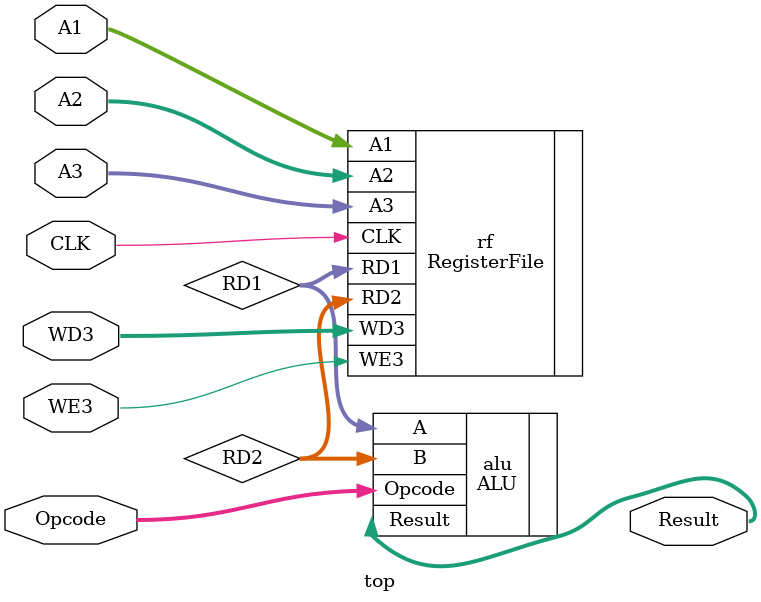
<source format=v>
module top (
    input wire CLK,
    input wire WE3,
    input wire [4:0] A1, A2, A3,
    input wire [31:0] WD3,
    input wire [1:0] Opcode,
    output wire [31:0] Result
);

    wire [31:0] RD1;
    wire [31:0] RD2;

    // Register File modülü örneği
    RegisterFile rf (
        .CLK(CLK),
        .WE3(WE3),
        .A1(A1),
        .A2(A2),
        .A3(A3),
        .WD3(WD3),
        .RD1(RD1),
        .RD2(RD2)
    );

    // ALU modülü örneği
    ALU alu (
        .A(RD1),
        .B(RD2),
        .Opcode(Opcode),
        .Result(Result)
    );

endmodule

</source>
